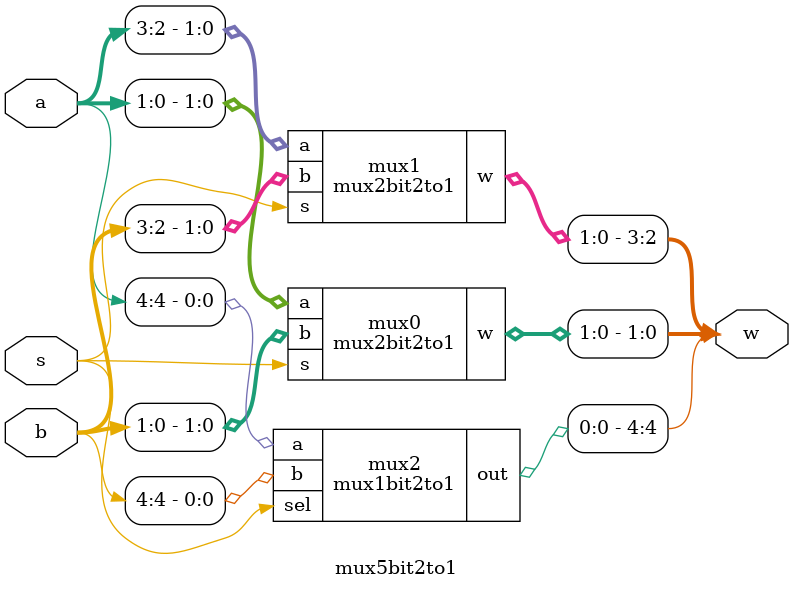
<source format=v>
module mux1bit2to1(input a, b, input sel, output out);
	wire sel_not;
	wire w[1:0];

    Not N1(sel, sel_not);
    And A1(.A(a), .B(sel), .out(w[0]));
    And A2(.A(b), .B(sel_not), .out(w[1]));
    Or O1(.A(w[0]), .B(w[1]), .out(out));
endmodule

module mux2bit2to1(input [1:0] a, b, input s, output [1:0] w);
    wire [1:0] tmp0, tmp1;
    wire n_s;


    Not N1(s, n_s);

    And A1(.A(n_s), .B(a[0]), .out(tmp0[0]));
    And A2(.A(s), .B(b[0]), .out(tmp0[1]));
    And A3(.A(n_s), .B(a[1]), .out(tmp1[0]));
    And A4(.A(s), .B(b[1]), .out(tmp1[1]));


    Or O1(.A(tmp0[0]), .B(tmp0[1]), .out(w[0]));
    Or O2(.A(tmp1[0]), .B(tmp1[1]), .out(w[1]));

endmodule

module mux5bit2to1( input [4:0] a, b, input s, output [4:0] w);
    mux2bit2to1 mux0( a[1:0], b[1:0], s, w[1:0]);
    mux2bit2to1 mux1( a[3:2], b[3:2], s,w[3:2]);
    mux1bit2to1 mux2(.a(a[4]), .b(b[4]), .sel(s), .out(w[4]));
endmodule
</source>
